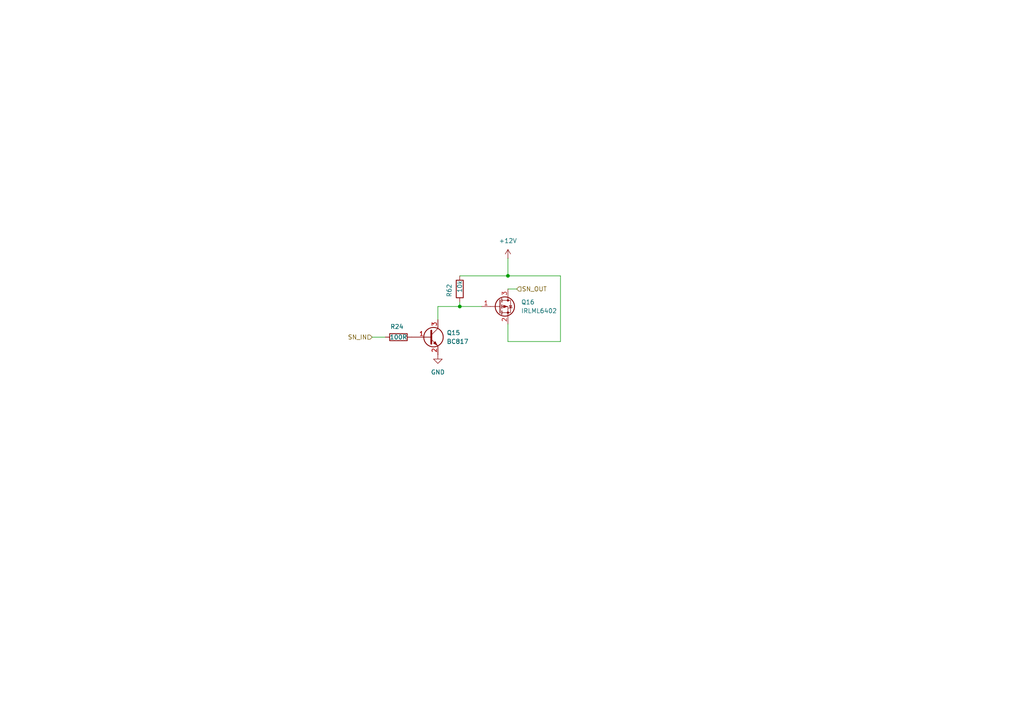
<source format=kicad_sch>
(kicad_sch (version 20250114) (generator "eeschema") (generator_version "9.0")
  (paper "A4")
  (lib_symbols
    (symbol "Device:R" (pin_numbers (hide yes)) (pin_names (offset 0))
      (property "Reference" "R" (at 2.032 0 90))
      (property "Value" "R" (at 0 0 90))
      (symbol "R_0_1"
        (rectangle (start -1.016 -2.54) (end 1.016 2.54) (stroke (width 0.254)))
      )
      (symbol "R_1_1"
        (pin passive line (at 0 3.81 270) (length 1.27) (name "~") (number "1"))
        (pin passive line (at 0 -3.81 90) (length 1.27) (name "~") (number "2"))
      )
    )
    (symbol "GND_1" (power) (pin_numbers (hide yes)) (pin_names (offset 0) (hide yes))
      (property "Value" "GND" (at 0 -3.81 0))
      (symbol "GND_1_0_1"
        (polyline (pts (xy 0 0) (xy 0 -1.27) (xy 1.27 -1.27) (xy 0 -2.54) (xy -1.27 -1.27) (xy 0 -1.27)))
      )
      (symbol "GND_1_1_1"
        (pin power_in line (at 0 0 270) (length 0) (name "~") (number "1"))
      )
    )
    (symbol "Transistor_BJT:BC817" (pin_names (offset 0) (hide yes))
      (property "Reference" "Q" (at 5.08 1.905 0))
      (property "Value" "BC817" (at 5.08 0 0))
      (symbol "BC817_0_1"
        (polyline (pts (xy 0.635 1.905) (xy 0.635 -1.905) (xy 0.635 -1.905)) (stroke (width 0.508)))
        (polyline (pts (xy 0.635 0.635) (xy 2.54 2.54)))
        (polyline (pts (xy 0.635 -0.635) (xy 2.54 -2.54) (xy 2.54 -2.54)))
        (circle (center 1.27 0) (radius 2.8194) (stroke (width 0.254)))
        (polyline (pts (xy 1.27 -1.778) (xy 1.778 -1.27) (xy 2.286 -2.286) (xy 1.27 -1.778) (xy 1.27 -1.778)) (fill (type outline)))
      )
      (symbol "BC817_1_1"
        (pin input line (at -5.08 0 0) (length 5.715) (name "B") (number "1"))
        (pin passive line (at 2.54 5.08 270) (length 2.54) (name "C") (number "3"))
        (pin passive line (at 2.54 -5.08 90) (length 2.54) (name "E") (number "2"))
      )
    )
    (symbol "Transistor_FET:IRLML6402" (pin_names (hide yes))
      (property "Reference" "Q" (at 5.08 1.905 0))
      (property "Value" "IRLML6402" (at 5.08 0 0))
      (symbol "IRLML6402_0_1"
        (polyline (pts (xy 0.254 1.905) (xy 0.254 -1.905)) (stroke (width 0.254)))
        (polyline (pts (xy 0.254 0) (xy -2.54 0)))
        (polyline (pts (xy 0.762 2.286) (xy 0.762 1.27)) (stroke (width 0.254)))
        (polyline (pts (xy 0.762 1.778) (xy 3.302 1.778) (xy 3.302 -1.778) (xy 0.762 -1.778)))
        (polyline (pts (xy 0.762 0.508) (xy 0.762 -0.508)) (stroke (width 0.254)))
        (polyline (pts (xy 0.762 -1.27) (xy 0.762 -2.286)) (stroke (width 0.254)))
        (circle (center 1.651 0) (radius 2.794) (stroke (width 0.254)))
        (polyline (pts (xy 2.286 0) (xy 1.27 0.381) (xy 1.27 -0.381) (xy 2.286 0)) (fill (type outline)))
        (polyline (pts (xy 2.54 2.54) (xy 2.54 1.778)))
        (circle (center 2.54 1.778) (radius 0.254) (fill (type outline)))
        (circle (center 2.54 -1.778) (radius 0.254) (fill (type outline)))
        (polyline (pts (xy 2.54 -2.54) (xy 2.54 0) (xy 0.762 0)))
        (polyline (pts (xy 2.794 -0.508) (xy 2.921 -0.381) (xy 3.683 -0.381) (xy 3.81 -0.254)))
        (polyline (pts (xy 3.302 -0.381) (xy 2.921 0.254) (xy 3.683 0.254) (xy 3.302 -0.381)))
      )
      (symbol "IRLML6402_1_1"
        (pin input line (at -5.08 0 0) (length 2.54) (name "G") (number "1"))
        (pin passive line (at 2.54 5.08 270) (length 2.54) (name "D") (number "3"))
        (pin passive line (at 2.54 -5.08 90) (length 2.54) (name "S") (number "2"))
      )
    )
    (symbol "power:+12V" (power) (pin_numbers (hide yes)) (pin_names (offset 0) (hide yes))
      (property "Value" "+12V" (at 0 3.556 0))
      (symbol "+12V_0_1"
        (polyline (pts (xy -0.762 1.27) (xy 0 2.54)))
        (polyline (pts (xy 0 2.54) (xy 0.762 1.27)))
        (polyline (pts (xy 0 0) (xy 0 2.54)))
      )
      (symbol "+12V_1_1"
        (pin power_in line (at 0 0 90) (length 0) (name "~") (number "1"))
      )
    )
  )
  (junction (at 147.32 80.01))
  (junction (at 133.35 88.9))
  (wire (pts (xy 127 88.9) (xy 133.35 88.9)))
  (wire (pts (xy 147.32 99.06) (xy 147.32 93.98)))
  (wire (pts (xy 162.56 80.01) (xy 147.32 80.01)))
  (wire (pts (xy 107.95 97.79) (xy 111.76 97.79)))
  (wire (pts (xy 147.32 99.06) (xy 162.56 99.06)))
  (wire (pts (xy 133.35 80.01) (xy 147.32 80.01)))
  (wire (pts (xy 162.56 99.06) (xy 162.56 80.01)))
  (wire (pts (xy 147.32 80.01) (xy 147.32 74.93)))
  (wire (pts (xy 133.35 88.9) (xy 139.7 88.9)))
  (wire (pts (xy 147.32 83.82) (xy 149.86 83.82)))
  (wire (pts (xy 133.35 87.63) (xy 133.35 88.9)))
  (wire (pts (xy 127 92.71) (xy 127 88.9)))
  (hierarchical_label "SN_OUT" (shape input) (at 149.86 83.82 0))
  (hierarchical_label "SN_IN" (shape input) (at 107.95 97.79 180))
  (symbol (lib_id "power:+12V") (at 147.32 74.93 0) (unit 1)
    (property "Reference" "#PWR02" (effects (hide yes)))
    (property "Value" "+12V" (at 147.32 69.85 0))
    (property "Description" "Power symbol creates a global label with name \"+12V\"" (effects (hide yes)))
    (instances (project "espio" (path "" (reference "#PWR016") (unit 1)) (path "" (reference "#PWR020") (unit 1)) (path "" (reference "#PWR022") (unit 1)) (path "" (reference "#PWR06") (unit 1)) (path "" (reference "#PWR014") (unit 1)) (path "" (reference "#PWR024") (unit 1)) (path "" (reference "#PWR010") (unit 1)) (path "" (reference "#PWR018") (unit 1)) (path "" (reference "#PWR08") (unit 1)) (path "" (reference "#PWR04") (unit 1)) (path "" (reference "#PWR012") (unit 1)) (path "" (reference "#PWR02") (unit 1))))
  )
  (symbol (lib_id "Transistor_BJT:BC817") (at 124.46 97.79 0) (unit 1)
    (property "Reference" "Q1" (at 129.54 96.5199 0) (effects (justify left)))
    (property "Value" "BC817" (at 129.54 99.0599 0) (effects (justify left)))
    (property "Footprint" "Package_TO_SOT_SMD:SOT-23" (effects (hide yes)))
    (property "Datasheet" "https://www.onsemi.com/pub/Collateral/BC818-D.pdf" (effects (hide yes)))
    (property "Description" "0.8A Ic, 45V Vce, NPN Transistor, SOT-23" (effects (hide yes)))
    (instances (project "espio" (path "" (reference "Q15") (unit 1)) (path "" (reference "Q19") (unit 1)) (path "" (reference "Q21") (unit 1)) (path "" (reference "Q5") (unit 1)) (path "" (reference "Q13") (unit 1)) (path "" (reference "Q23") (unit 1)) (path "" (reference "Q9") (unit 1)) (path "" (reference "Q17") (unit 1)) (path "" (reference "Q7") (unit 1)) (path "" (reference "Q3") (unit 1)) (path "" (reference "Q11") (unit 1)) (path "" (reference "Q1") (unit 1))))
  )
  (symbol (lib_name "GND_1") (lib_id "power:GND") (at 127 102.87 0) (unit 1)
    (property "Reference" "#PWR01" (effects (hide yes)))
    (property "Value" "GND" (at 127 107.95 0))
    (property "Description" "Power symbol creates a global label with name \"GND\" , ground" (effects (hide yes)))
    (instances (project "espio" (path "" (reference "#PWR015") (unit 1)) (path "" (reference "#PWR019") (unit 1)) (path "" (reference "#PWR021") (unit 1)) (path "" (reference "#PWR05") (unit 1)) (path "" (reference "#PWR013") (unit 1)) (path "" (reference "#PWR023") (unit 1)) (path "" (reference "#PWR09") (unit 1)) (path "" (reference "#PWR017") (unit 1)) (path "" (reference "#PWR07") (unit 1)) (path "" (reference "#PWR03") (unit 1)) (path "" (reference "#PWR011") (unit 1)) (path "" (reference "#PWR01") (unit 1))))
  )
  (symbol (lib_id "Transistor_FET:IRLML6402") (at 144.78 88.9 0) (unit 1)
    (property "Reference" "Q2" (at 151.13 87.6299 0) (effects (justify left)))
    (property "Value" "IRLML6402" (at 151.13 90.1699 0) (effects (justify left)))
    (property "Footprint" "Package_TO_SOT_SMD:SOT-23" (effects (hide yes)))
    (property "Datasheet" "https://www.infineon.com/dgdl/irlml6402pbf.pdf?fileId=5546d462533600a401535668d5c2263c" (effects (hide yes)))
    (property "Description" "-3.7A Id, -20V Vds, 65mOhm Rds, P-Channel HEXFET Power MOSFET, SOT-23" (effects (hide yes)))
    (instances (project "espio" (path "" (reference "Q16") (unit 1)) (path "" (reference "Q20") (unit 1)) (path "" (reference "Q22") (unit 1)) (path "" (reference "Q6") (unit 1)) (path "" (reference "Q14") (unit 1)) (path "" (reference "Q24") (unit 1)) (path "" (reference "Q10") (unit 1)) (path "" (reference "Q18") (unit 1)) (path "" (reference "Q8") (unit 1)) (path "" (reference "Q4") (unit 1)) (path "" (reference "Q12") (unit 1)) (path "" (reference "Q2") (unit 1))))
  )
  (symbol (lib_id "Device:R") (at 115.57 97.79 90) (unit 1)
    (property "Reference" "R1" (at 117.094 94.742 90) (effects (justify left)))
    (property "Value" "100R" (at 118.11 97.79 90) (effects (justify left)))
    (property "Footprint" "Resistor_SMD:R_0603_1608Metric" (effects (hide yes)))
    (instances (project "espio" (path "" (reference "R24") (unit 1)) (path "" (reference "R26") (unit 1)) (path "" (reference "R27") (unit 1)) (path "" (reference "R19") (unit 1)) (path "" (reference "R23") (unit 1)) (path "" (reference "R28") (unit 1)) (path "" (reference "R21") (unit 1)) (path "" (reference "R25") (unit 1)) (path "" (reference "R20") (unit 1)) (path "" (reference "R18") (unit 1)) (path "" (reference "R22") (unit 1)) (path "" (reference "R1") (unit 1))))
  )
  (symbol (lib_id "Device:R") (at 133.35 83.82 180) (unit 1)
    (property "Reference" "R29" (at 130.302 82.296 90) (effects (justify left)))
    (property "Value" "10k" (at 133.35 81.28 90) (effects (justify left)))
    (property "Footprint" "Resistor_SMD:R_0603_1608Metric" (effects (hide yes)))
    (instances (project "espio" (path "" (reference "R62") (unit 1)) (path "" (reference "R65") (unit 1)) (path "" (reference "R66") (unit 1)) (path "" (reference "R31") (unit 1)) (path "" (reference "R61") (unit 1)) (path "" (reference "R67") (unit 1)) (path "" (reference "R59") (unit 1)) (path "" (reference "R64") (unit 1)) (path "" (reference "R32") (unit 1)) (path "" (reference "R30") (unit 1)) (path "" (reference "R60") (unit 1)) (path "" (reference "R29") (unit 1))))
  )
)
</source>
